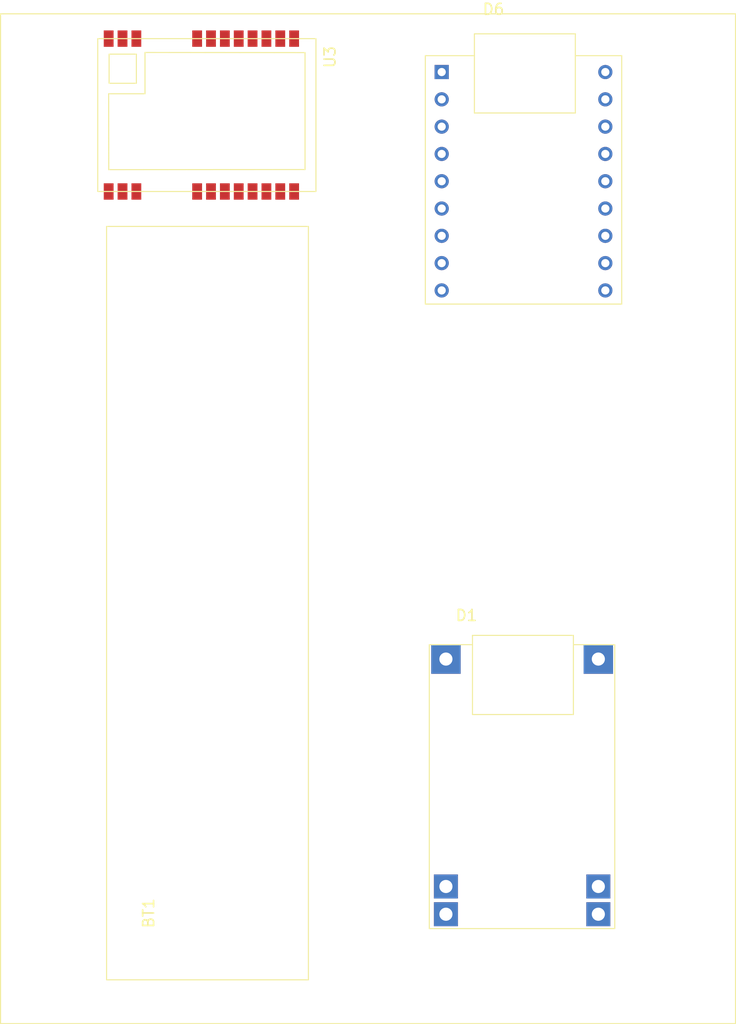
<source format=kicad_pcb>
(kicad_pcb (version 20240108) (generator "pcbnew") (generator_version "8.0")
  (layers (0 "F.Cu" signal) (31 "B.Cu" signal) (34 "B.Paste" user) (35 "F.Paste" user) (36 "B.SilkS" user "B.Silkscreen") (37 "F.SilkS" user "F.Silkscreen") (38 "B.Mask" user) (39 "F.Mask" user) (44 "Edge.Cuts" user))
  (net 0 "")
  (net 1 "VBUS")
  (net 2 "MISO")
  (net 3 "GND")
  (net 4 "BUSY")
  (net 5 "CS")
  (net 6 "SCK")
  (net 7 "RST")
  (net 8 "+3.3V")
  (net 9 "MOSI")
  (net 10 "DIO1")
  (net 11 "B-")
  (net 12 "B+")
  (net 14 "VSYS")
  (net 20 "Net-(D6-5v)")
  (net 23 "Net-(U3-DIO2)")
  (footprint "Lora_Library:BQ25606" (layer "F.Cu") (at 154.26 105.497)
    (property "Reference" "D1" (at -5.09 -11.88 180) (layer "F.SilkS"))
    (property "Value" "BQ25606")
    (fp_line (start -8.5 -9.2) (end -8.5 16.8) (stroke (width 0.1)) (layer "F.SilkS"))
    (fp_line (start -8.5 16.8) (end 8.5 16.8) (stroke (width 0.1)) (layer "F.SilkS"))
    (fp_line (start -4.576 -9.204) (end -8.5 -9.2) (stroke (width 0.1)) (layer "F.SilkS"))
    (fp_line (start -4.542 -10.054) (end 4.708 -10.054) (stroke (width 0.1)) (layer "F.SilkS"))
    (fp_line (start -4.542 -2.804) (end -4.542 -10.054) (stroke (width 0.1)) (layer "F.SilkS"))
    (fp_line (start 4.708 -10.054) (end 4.708 -2.804) (stroke (width 0.1)) (layer "F.SilkS"))
    (fp_line (start 4.708 -2.804) (end -4.542 -2.804) (stroke (width 0.1)) (layer "F.SilkS"))
    (fp_line (start 8.5 -9.2) (end 4.724 -9.204) (stroke (width 0.1)) (layer "F.SilkS"))
    (fp_line (start 8.5 16.8) (end 8.5 -9.2) (stroke (width 0.1)) (layer "F.SilkS"))
    (pad "1" thru_hole rect (at -6.976 -7.884) (size 2.7 2.7) (drill 1.2) (layers "*.Cu" "*.Mask") (net 3 "GND"))
    (pad "2" thru_hole rect (at -6.976 12.944) (size 2.2 2.2) (drill 1.2) (layers "*.Cu" "*.Mask") (net 14 "VSYS"))
    (pad "3" thru_hole rect (at -6.976 15.484) (size 2.2 2.2) (drill 1.2) (layers "*.Cu" "*.Mask") (net 3 "GND"))
    (pad "4" thru_hole rect (at 6.994 15.484) (size 2.2 2.2) (drill 1.2) (layers "*.Cu" "*.Mask") (net 11 "B-"))
    (pad "5" thru_hole rect (at 6.994 12.944) (size 2.2 2.2) (drill 1.2) (layers "*.Cu" "*.Mask") (net 12 "B+"))
    (pad "6" thru_hole rect (at 6.994 -7.884) (size 2.7 2.7) (drill 1.2) (layers "*.Cu" "*.Mask") (net 1 "VBUS"))
  )
  (footprint "Lora_Library:E22-900M22s" (layer "F.Cu") (at 124.775 47.565 -90)
    (property "Reference" "U3" (at -5.09 -11.88 90) (layer "F.SilkS"))
    (property "Value" "E22-900M22s")
    (fp_line (start -1.725 8.405) (end -1.725 5.075) (stroke (width 0.1)) (layer "F.SilkS"))
    (fp_line (start 5.225 8.395) (end -1.725 8.405) (stroke (width 0.1)) (layer "F.SilkS"))
    (fp_line (start -5.505 5.075) (end -5.495 -9.595) (stroke (width 0.1)) (layer "F.SilkS"))
    (fp_line (start -1.725 5.075) (end -5.505 5.075) (stroke (width 0.1)) (layer "F.SilkS"))
    (fp_line (start -5.495 -9.595) (end 5.215 -9.595) (stroke (width 0.1)) (layer "F.SilkS"))
    (fp_line (start 5.215 -9.595) (end 5.225 8.395) (stroke (width 0.1)) (layer "F.SilkS"))
    (fp_rect (start -5.355 5.865) (end -2.685 8.365) (stroke (width 0.1)) (fill none) (layer "F.SilkS"))
    (fp_rect (start -6.775 -10.595) (end 7.225 9.405) (stroke (width 0.1)) (fill none) (layer "F.SilkS"))
    (pad "1" smd rect (at 7.225 8.405 270) (size 1.5 0.9) (layers "F.Cu" "F.Paste" "F.Mask") (net 3 "GND"))
    (pad "2" smd rect (at 7.225 7.135 270) (size 1.5 0.9) (layers "F.Cu" "F.Paste" "F.Mask") (net 3 "GND"))
    (pad "3" smd rect (at 7.225 5.865 270) (size 1.5 0.9) (layers "F.Cu" "F.Paste" "F.Mask") (net 3 "GND"))
    (pad "4" smd rect (at 7.225 0.295 90) (size 1.5 0.9) (layers "F.Cu" "F.Paste" "F.Mask") (net 3 "GND"))
    (pad "5" smd rect (at 7.225 -0.975 90) (size 1.5 0.9) (layers "F.Cu" "F.Paste" "F.Mask") (net 3 "GND"))
    (pad "6" smd rect (at 7.225 -2.245 90) (size 1.5 0.9) (layers "F.Cu" "F.Paste" "F.Mask"))
    (pad "7" smd rect (at 7.225 -3.515 90) (size 1.5 0.9) (layers "F.Cu" "F.Paste" "F.Mask") (net 23 "Net-(U3-DIO2)"))
    (pad "8" smd rect (at 7.225 -4.785 90) (size 1.5 0.9) (layers "F.Cu" "F.Paste" "F.Mask") (net 23 "Net-(U3-DIO2)"))
    (pad "9" smd rect (at 7.225 -6.055 270) (size 1.5 0.9) (layers "F.Cu" "F.Paste" "F.Mask") (net 8 "+3.3V"))
    (pad "10" smd rect (at 7.225 -7.325 270) (size 1.5 0.9) (layers "F.Cu" "F.Paste" "F.Mask") (net 3 "GND"))
    (pad "11" smd rect (at 7.225 -8.595 270) (size 1.5 0.9) (layers "F.Cu" "F.Paste" "F.Mask") (net 3 "GND"))
    (pad "12" smd rect (at -6.775 -8.595 270) (size 1.5 0.9) (layers "F.Cu" "F.Paste" "F.Mask") (net 3 "GND"))
    (pad "13" smd rect (at -6.775 -7.325 90) (size 1.5 0.9) (layers "F.Cu" "F.Paste" "F.Mask") (net 10 "DIO1"))
    (pad "14" smd rect (at -6.775 -6.055 90) (size 1.5 0.9) (layers "F.Cu" "F.Paste" "F.Mask") (net 4 "BUSY"))
    (pad "15" smd rect (at -6.775 -4.785 90) (size 1.5 0.9) (layers "F.Cu" "F.Paste" "F.Mask") (net 7 "RST"))
    (pad "16" smd rect (at -6.775 -3.515 90) (size 1.5 0.9) (layers "F.Cu" "F.Paste" "F.Mask") (net 2 "MISO"))
    (pad "17" smd rect (at -6.775 -2.245 90) (size 1.5 0.9) (layers "F.Cu" "F.Paste" "F.Mask") (net 9 "MOSI"))
    (pad "18" smd rect (at -6.775 -0.975 90) (size 1.5 0.9) (layers "F.Cu" "F.Paste" "F.Mask") (net 6 "SCK"))
    (pad "19" smd rect (at -6.775 0.295 90) (size 1.5 0.9) (layers "F.Cu" "F.Paste" "F.Mask") (net 5 "CS"))
    (pad "20" smd rect (at -6.775 5.865 90) (size 1.5 0.9) (layers "F.Cu" "F.Paste" "F.Mask") (net 3 "GND"))
    (pad "21" smd rect (at -6.775 7.135 90) (size 1.5 0.9) (layers "F.Cu" "F.Paste" "F.Mask"))
    (pad "22" smd rect (at -6.775 8.405 90) (size 1.5 0.9) (layers "F.Cu" "F.Paste" "F.Mask") (net 3 "GND"))
  )
  (footprint "Lora_Library:18650" (layer "F.Cu") (at 125.43 92.49 90)
    (property "Reference" "BT1" (at -28.4 -5.4 90) (layer "F.SilkS"))
    (property "Value" "Battery_Cell")
    (fp_rect (start -34.5 -9.25) (end 34.5 9.25) (stroke (width 0.1)) (fill none) (layer "F.SilkS"))
  )
  (footprint "VIP_metr_Library:ESP32_c6_zero" (layer "F.Cu") (at 149.396 51.351)
    (property "Reference" "D6" (at 2.25 -13.25 0) (layer "F.SilkS"))
    (property "Value" "~")
    (fp_line (start -4 -9) (end 0.5 -9) (stroke (width 0.1)) (layer "F.SilkS"))
    (fp_line (start -4 13.75) (end -4 -9) (stroke (width 0.1)) (layer "F.SilkS"))
    (fp_line (start 0.5 -11) (end 9.75 -11) (stroke (width 0.1)) (layer "F.SilkS"))
    (fp_line (start 0.5 -3.75) (end 0.5 -11) (stroke (width 0.1)) (layer "F.SilkS"))
    (fp_line (start 9.75 -11) (end 9.75 -3.75) (stroke (width 0.1)) (layer "F.SilkS"))
    (fp_line (start 9.75 -9) (end 14 -9) (stroke (width 0.1)) (layer "F.SilkS"))
    (fp_line (start 9.75 -3.75) (end 0.5 -3.75) (stroke (width 0.1)) (layer "F.SilkS"))
    (fp_line (start 14 -9) (end 14 13.75) (stroke (width 0.1)) (layer "F.SilkS"))
    (fp_line (start 14 13.75) (end -4 13.75) (stroke (width 0.1)) (layer "F.SilkS"))
    (pad "1" thru_hole rect (at -2.5 -7.5) (size 1.3 1.3) (drill 0.75) (layers "*.Cu" "*.Mask") (net 7 "RST"))
    (pad "2" thru_hole circle (at -2.5 -5) (size 1.3 1.3) (drill 0.75) (layers "*.Cu" "*.Mask") (net 2 "MISO"))
    (pad "3" thru_hole circle (at -2.5 -2.5) (size 1.3 1.3) (drill 0.75) (layers "*.Cu" "*.Mask") (net 9 "MOSI"))
    (pad "4" thru_hole circle (at -2.5 0) (size 1.3 1.3) (drill 0.75) (layers "*.Cu" "*.Mask") (net 5 "CS"))
    (pad "5" thru_hole circle (at -2.5 2.5) (size 1.3 1.3) (drill 0.75) (layers "*.Cu" "*.Mask"))
    (pad "6" thru_hole circle (at -2.5 5) (size 1.3 1.3) (drill 0.75) (layers "*.Cu" "*.Mask") (net 6 "SCK"))
    (pad "7" thru_hole circle (at -2.5 7.5) (size 1.3 1.3) (drill 0.75) (layers "*.Cu" "*.Mask"))
    (pad "8" thru_hole circle (at -2.5 10) (size 1.3 1.3) (drill 0.75) (layers "*.Cu" "*.Mask"))
    (pad "9" thru_hole circle (at -2.5 12.5) (size 1.3 1.3) (drill 0.75) (layers "*.Cu" "*.Mask"))
    (pad "10" thru_hole circle (at 12.5 12.5) (size 1.3 1.3) (drill 0.75) (layers "*.Cu" "*.Mask"))
    (pad "11" thru_hole circle (at 12.5 10) (size 1.3 1.3) (drill 0.75) (layers "*.Cu" "*.Mask"))
    (pad "12" thru_hole circle (at 12.5 7.5) (size 1.3 1.3) (drill 0.75) (layers "*.Cu" "*.Mask") (net 10 "DIO1"))
    (pad "13" thru_hole circle (at 12.5 5) (size 1.3 1.3) (drill 0.75) (layers "*.Cu" "*.Mask") (net 4 "BUSY"))
    (pad "14" thru_hole circle (at 12.5 2.5) (size 1.3 1.3) (drill 0.75) (layers "*.Cu" "*.Mask") (net 8 "+3.3V"))
    (pad "15" thru_hole circle (at 12.5 0) (size 1.3 1.3) (drill 0.75) (layers "*.Cu" "*.Mask") (net 3 "GND"))
    (pad "16" thru_hole circle (at 12.5 -2.5) (size 1.3 1.3) (drill 0.75) (layers "*.Cu" "*.Mask") (net 20 "Net-(D6-5v)"))
    (pad "17" thru_hole circle (at 12.5 -5) (size 1.3 1.3) (drill 0.75) (layers "*.Cu" "*.Mask"))
    (pad "18" thru_hole circle (at 12.5 -7.5) (size 1.3 1.3) (drill 0.75) (layers "*.Cu" "*.Mask"))
  )
  (gr_rect (start 106.46 38.52) (end 173.83 131) (stroke (width 0.1)) (fill none) (layer "F.SilkS"))
)
</source>
